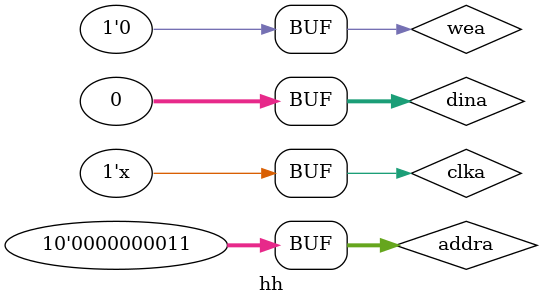
<source format=v>
`timescale 1ns / 1ps


module hh;

	// Inputs
	reg clka;
	reg [0:0] wea;
	reg [9:0] addra;
	reg [31:0] dina;

	// Outputs
	wire [31:0] douta;

	// Instantiate the Unit Under Test (UUT)
	RAM uut (
		.clka(clka), 
		.wea(wea), 
		.addra(addra), 
		.dina(dina), 
		.douta(douta)
	);

	initial begin
		// Initialize Inputs
		clka = 0;
		wea = 0;
		addra = 0;
		dina = 0;
		// Wait 100 ns for global reset to finish
		#100;
		addra=1;
		#100;
		addra=2;
		#100;
		addra=3;
		#100;
		// Add stimulus here
	end
	always #20 clka<=~clka;
endmodule


</source>
